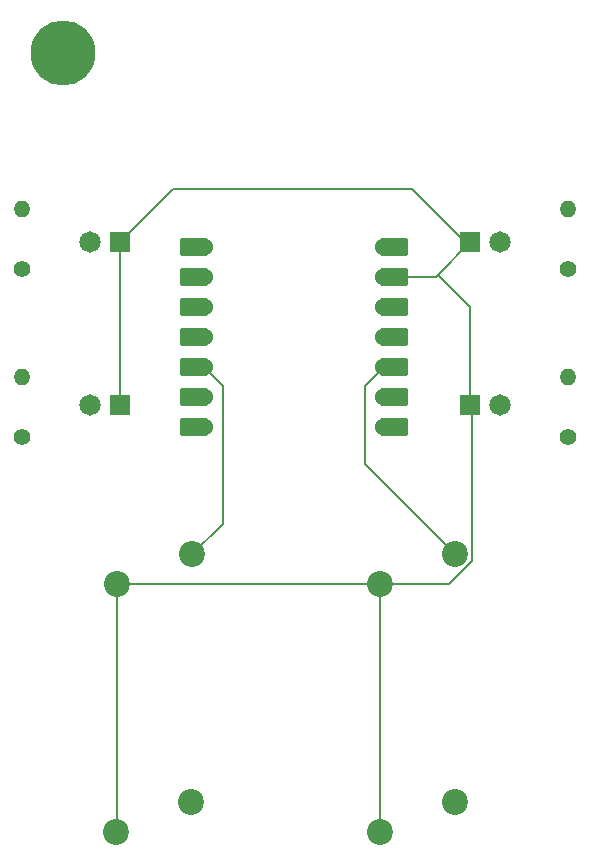
<source format=gbr>
%TF.GenerationSoftware,KiCad,Pcbnew,8.0.9-1.fc40*%
%TF.CreationDate,2025-07-05T11:51:32+08:00*%
%TF.ProjectId,pcb,7063622e-6b69-4636-9164-5f7063625858,rev?*%
%TF.SameCoordinates,Original*%
%TF.FileFunction,Copper,L1,Top*%
%TF.FilePolarity,Positive*%
%FSLAX46Y46*%
G04 Gerber Fmt 4.6, Leading zero omitted, Abs format (unit mm)*
G04 Created by KiCad (PCBNEW 8.0.9-1.fc40) date 2025-07-05 11:51:32*
%MOMM*%
%LPD*%
G01*
G04 APERTURE LIST*
G04 Aperture macros list*
%AMRoundRect*
0 Rectangle with rounded corners*
0 $1 Rounding radius*
0 $2 $3 $4 $5 $6 $7 $8 $9 X,Y pos of 4 corners*
0 Add a 4 corners polygon primitive as box body*
4,1,4,$2,$3,$4,$5,$6,$7,$8,$9,$2,$3,0*
0 Add four circle primitives for the rounded corners*
1,1,$1+$1,$2,$3*
1,1,$1+$1,$4,$5*
1,1,$1+$1,$6,$7*
1,1,$1+$1,$8,$9*
0 Add four rect primitives between the rounded corners*
20,1,$1+$1,$2,$3,$4,$5,0*
20,1,$1+$1,$4,$5,$6,$7,0*
20,1,$1+$1,$6,$7,$8,$9,0*
20,1,$1+$1,$8,$9,$2,$3,0*%
G04 Aperture macros list end*
%TA.AperFunction,ComponentPad*%
%ADD10C,2.200000*%
%TD*%
%TA.AperFunction,ComponentPad*%
%ADD11R,1.815000X1.815000*%
%TD*%
%TA.AperFunction,ComponentPad*%
%ADD12C,1.815000*%
%TD*%
%TA.AperFunction,ComponentPad*%
%ADD13O,1.400000X1.400000*%
%TD*%
%TA.AperFunction,ComponentPad*%
%ADD14C,1.400000*%
%TD*%
%TA.AperFunction,SMDPad,CuDef*%
%ADD15RoundRect,0.152400X-1.063600X-0.609600X1.063600X-0.609600X1.063600X0.609600X-1.063600X0.609600X0*%
%TD*%
%TA.AperFunction,ComponentPad*%
%ADD16C,1.524000*%
%TD*%
%TA.AperFunction,SMDPad,CuDef*%
%ADD17RoundRect,0.152400X1.063600X0.609600X-1.063600X0.609600X-1.063600X-0.609600X1.063600X-0.609600X0*%
%TD*%
%TA.AperFunction,ViaPad*%
%ADD18C,5.500000*%
%TD*%
%TA.AperFunction,Conductor*%
%ADD19C,0.200000*%
%TD*%
G04 APERTURE END LIST*
D10*
%TO.P,SW3,2,2*%
%TO.N,GND*%
X237490000Y-103460000D03*
%TO.P,SW3,1,1*%
%TO.N,button3*%
X243840000Y-100920000D03*
%TD*%
D11*
%TO.P,D4,C*%
%TO.N,GND*%
X267460000Y-67250000D03*
D12*
%TO.P,D4,A*%
%TO.N,Net-(D4-PadA)*%
X270000000Y-67250000D03*
%TD*%
%TO.P,D2,A*%
%TO.N,Net-(D2-PadA)*%
X270000000Y-53500000D03*
D11*
%TO.P,D2,C*%
%TO.N,GND*%
X267460000Y-53500000D03*
%TD*%
D13*
%TO.P,R2,2*%
%TO.N,LED2*%
X275710000Y-50670000D03*
D14*
%TO.P,R2,1*%
%TO.N,Net-(D2-PadA)*%
X275710000Y-55750000D03*
%TD*%
D12*
%TO.P,D3,A*%
%TO.N,Net-(D3-PadA)*%
X235230000Y-67250000D03*
D11*
%TO.P,D3,C*%
%TO.N,GND*%
X237770000Y-67250000D03*
%TD*%
D10*
%TO.P,SW4,1,1*%
%TO.N,button4*%
X266190000Y-100920000D03*
%TO.P,SW4,2,2*%
%TO.N,GND*%
X259840000Y-103460000D03*
%TD*%
D13*
%TO.P,R1,2*%
%TO.N,LED1*%
X229520000Y-50670000D03*
D14*
%TO.P,R1,1*%
%TO.N,Net-(D1-PadA)*%
X229520000Y-55750000D03*
%TD*%
D12*
%TO.P,D1,A*%
%TO.N,Net-(D1-PadA)*%
X235230000Y-53500000D03*
D11*
%TO.P,D1,C*%
%TO.N,GND*%
X237770000Y-53500000D03*
%TD*%
D13*
%TO.P,R3,2*%
%TO.N,LED3*%
X229520000Y-64920000D03*
D14*
%TO.P,R3,1*%
%TO.N,Net-(D3-PadA)*%
X229520000Y-70000000D03*
%TD*%
%TO.P,R4,1*%
%TO.N,Net-(D4-PadA)*%
X275710000Y-70000000D03*
D13*
%TO.P,R4,2*%
%TO.N,LED4*%
X275710000Y-64920000D03*
%TD*%
D10*
%TO.P,SW1,1,1*%
%TO.N,button1*%
X243920000Y-79920000D03*
%TO.P,SW1,2,2*%
%TO.N,GND*%
X237570000Y-82460000D03*
%TD*%
%TO.P,SW2,2,2*%
%TO.N,GND*%
X259840000Y-82460000D03*
%TO.P,SW2,1,1*%
%TO.N,button2*%
X266190000Y-79920000D03*
%TD*%
D15*
%TO.P,U1,14,VBUS*%
%TO.N,unconnected-(U1-VBUS-Pad14)*%
X260955000Y-53880000D03*
D16*
X260120000Y-53880000D03*
D15*
%TO.P,U1,13,GND*%
%TO.N,GND*%
X260955000Y-56420000D03*
D16*
X260120000Y-56420000D03*
D15*
%TO.P,U1,12,3V3*%
%TO.N,unconnected-(U1-3V3-Pad12)*%
X260955000Y-58960000D03*
D16*
X260120000Y-58960000D03*
D15*
%TO.P,U1,11,GPIO3/MOSI*%
%TO.N,button4*%
X260955000Y-61500000D03*
D16*
X260120000Y-61500000D03*
D15*
%TO.P,U1,10,GPIO4/MISO*%
%TO.N,button2*%
X260955000Y-64040000D03*
D16*
X260120000Y-64040000D03*
D15*
%TO.P,U1,9,GPIO2/SCK*%
%TO.N,LED4*%
X260955000Y-66580000D03*
D16*
X260120000Y-66580000D03*
D15*
%TO.P,U1,8,GPIO1/RX*%
%TO.N,LED2*%
X260955000Y-69120000D03*
D16*
X260120000Y-69120000D03*
%TO.P,U1,7,GPIO0/TX*%
%TO.N,LED1*%
X244880000Y-69120000D03*
D17*
X244045000Y-69120000D03*
D16*
%TO.P,U1,6,GPIO7/SCL*%
%TO.N,LED3*%
X244880000Y-66580000D03*
D17*
X244045000Y-66580000D03*
D16*
%TO.P,U1,5,GPIO6/SDA*%
%TO.N,button1*%
X244880000Y-64040000D03*
D17*
X244045000Y-64040000D03*
D16*
%TO.P,U1,4,GPIO29/ADC3/A3*%
%TO.N,button3*%
X244880000Y-61500000D03*
D17*
X244045000Y-61500000D03*
D16*
%TO.P,U1,3,GPIO28/ADC2/A2*%
%TO.N,unconnected-(U1-GPIO28{slash}ADC2{slash}A2-Pad3)*%
X244880000Y-58960000D03*
D17*
X244045000Y-58960000D03*
D16*
%TO.P,U1,2,GPIO27/ADC1/A1*%
%TO.N,unconnected-(U1-GPIO27{slash}ADC1{slash}A1-Pad2)*%
X244880000Y-56420000D03*
D17*
X244045000Y-56420000D03*
D16*
%TO.P,U1,1,GPIO26/ADC0/A0*%
%TO.N,unconnected-(U1-GPIO26{slash}ADC0{slash}A0-Pad1)*%
X244880000Y-53880000D03*
D17*
X244045000Y-53880000D03*
%TD*%
D18*
%TO.N,*%
X233000000Y-37500000D03*
%TD*%
D19*
%TO.N,GND*%
X259840000Y-103460000D02*
X259840000Y-82460000D01*
X237490000Y-103460000D02*
X237570000Y-103380000D01*
X237570000Y-103380000D02*
X237570000Y-82460000D01*
X237570000Y-82460000D02*
X259840000Y-82460000D01*
X259840000Y-82460000D02*
X265629899Y-82460000D01*
X265629899Y-82460000D02*
X267590000Y-80499899D01*
X267590000Y-80499899D02*
X267590000Y-67380000D01*
X267590000Y-67380000D02*
X267460000Y-67250000D01*
%TO.N,button2*%
X258500000Y-72230000D02*
X258500000Y-65660000D01*
X258500000Y-65660000D02*
X260120000Y-64040000D01*
X266190000Y-79920000D02*
X258500000Y-72230000D01*
%TO.N,button1*%
X243920000Y-79920000D02*
X246500000Y-77340000D01*
X246500000Y-77340000D02*
X246500000Y-65660000D01*
X246500000Y-65660000D02*
X244880000Y-64040000D01*
%TO.N,GND*%
X242270000Y-49000000D02*
X262500000Y-49000000D01*
X237770000Y-53500000D02*
X242270000Y-49000000D01*
X262500000Y-49000000D02*
X267000000Y-53500000D01*
X267000000Y-53500000D02*
X267460000Y-53500000D01*
X237770000Y-67250000D02*
X237770000Y-53500000D01*
X267460000Y-53500000D02*
X264730000Y-56230000D01*
X264730000Y-56230000D02*
X264540000Y-56420000D01*
X267460000Y-67250000D02*
X267460000Y-58960000D01*
X267460000Y-58960000D02*
X264730000Y-56230000D01*
X264540000Y-56420000D02*
X260120000Y-56420000D01*
X261197630Y-56420000D02*
X260120000Y-56420000D01*
%TD*%
M02*

</source>
